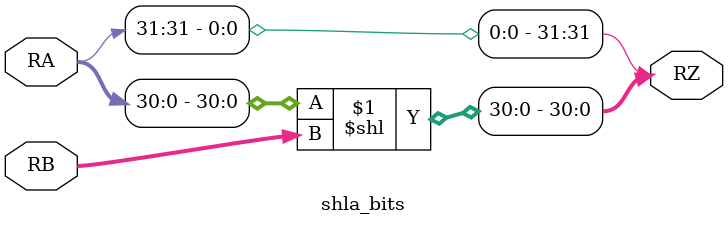
<source format=v>
`timescale 1ns/10ps

module shla_bits(
	input wire [31:0] RA, RB,
	output wire [31:0] RZ
	);
	
	assign RZ = {RA[31], (RA[30:0] << RB)};
endmodule
</source>
